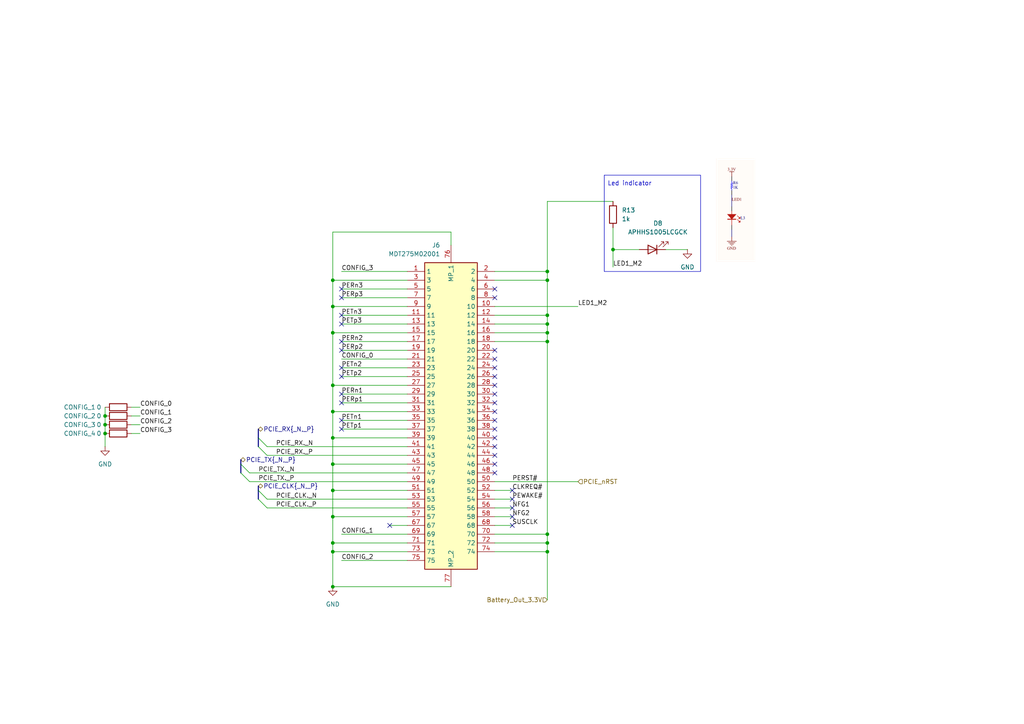
<source format=kicad_sch>
(kicad_sch (version 20250114) (generator "eeschema") (generator_version "9.0")
  (paper "A4")
  (lib_symbols
    (symbol "#dzdb:g_res/R-0-0603" (pin_numbers hide) (pin_names (offset 0))
      (property "Reference" "R" (at 2.032 0 90))
      (property "Value" "0" (at 0 0 90))
      (symbol "g_res/R-0-0603_0_1"
        (rectangle (start -1.016 -2.54) (end 1.016 2.54) (stroke (width 0.254)))
      )
      (symbol "g_res/R-0-0603_1_1"
        (pin passive line (at 0 3.81 270) (length 1.27) (name "~") (number "1"))
        (pin passive line (at 0 -3.81 90) (length 1.27) (name "~") (number "2"))
      )
    )
    (symbol "#dzdb:g_res/R-1k-0603" (pin_numbers hide) (pin_names (offset 0))
      (property "Reference" "R" (at 2.032 0 90))
      (property "Value" "1k" (at 0 0 90))
      (symbol "g_res/R-1k-0603_0_1"
        (rectangle (start -1.016 -2.54) (end 1.016 2.54) (stroke (width 0.254)))
      )
      (symbol "g_res/R-1k-0603_1_1"
        (pin passive line (at 0 3.81 270) (length 1.27) (name "~") (number "1"))
        (pin passive line (at 0 -3.81 90) (length 1.27) (name "~") (number "2"))
      )
    )
    (symbol "#dzdb:s_con/CON-AmphenolFCI-MDT275M02001"
      (property "Reference" "J" (at 95.25 12.7 0))
      (property "Value" "MDT275M02001" (at 95.25 10.16 0))
      (symbol "s_con/CON-AmphenolFCI-MDT275M02001_1_1"
        (rectangle (start 5.08 7.62) (end 93.98 -7.62) (stroke (width 0.254)) (fill (type background)))
        (pin passive line (at 0 0 0) (length 5.08) (name "MP_1") (number "76"))
        (pin passive line (at 7.62 12.7 270) (length 5.08) (name "1") (number "1"))
        (pin passive line (at 7.62 -12.7 90) (length 5.08) (name "2") (number "2"))
        (pin passive line (at 10.16 12.7 270) (length 5.08) (name "3") (number "3"))
        (pin passive line (at 10.16 -12.7 90) (length 5.08) (name "4") (number "4"))
        (pin passive line (at 12.7 12.7 270) (length 5.08) (name "5") (number "5"))
        (pin passive line (at 12.7 -12.7 90) (length 5.08) (name "6") (number "6"))
        (pin passive line (at 15.24 12.7 270) (length 5.08) (name "7") (number "7"))
        (pin passive line (at 15.24 -12.7 90) (length 5.08) (name "8") (number "8"))
        (pin passive line (at 17.78 12.7 270) (length 5.08) (name "9") (number "9"))
        (pin passive line (at 17.78 -12.7 90) (length 5.08) (name "10") (number "10"))
        (pin passive line (at 20.32 12.7 270) (length 5.08) (name "11") (number "11"))
        (pin passive line (at 20.32 -12.7 90) (length 5.08) (name "12") (number "12"))
        (pin passive line (at 22.86 12.7 270) (length 5.08) (name "13") (number "13"))
        (pin passive line (at 22.86 -12.7 90) (length 5.08) (name "14") (number "14"))
        (pin passive line (at 25.4 12.7 270) (length 5.08) (name "15") (number "15"))
        (pin passive line (at 25.4 -12.7 90) (length 5.08) (name "16") (number "16"))
        (pin passive line (at 27.94 12.7 270) (length 5.08) (name "17") (number "17"))
        (pin passive line (at 27.94 -12.7 90) (length 5.08) (name "18") (number "18"))
        (pin passive line (at 30.48 12.7 270) (length 5.08) (name "19") (number "19"))
        (pin passive line (at 30.48 -12.7 90) (length 5.08) (name "20") (number "20"))
        (pin passive line (at 33.02 12.7 270) (length 5.08) (name "21") (number "21"))
        (pin passive line (at 33.02 -12.7 90) (length 5.08) (name "22") (number "22"))
        (pin passive line (at 35.56 12.7 270) (length 5.08) (name "23") (number "23"))
        (pin passive line (at 35.56 -12.7 90) (length 5.08) (name "24") (number "24"))
        (pin passive line (at 38.1 12.7 270) (length 5.08) (name "25") (number "25"))
        (pin passive line (at 38.1 -12.7 90) (length 5.08) (name "26") (number "26"))
        (pin passive line (at 40.64 12.7 270) (length 5.08) (name "27") (number "27"))
        (pin passive line (at 40.64 -12.7 90) (length 5.08) (name "28") (number "28"))
        (pin passive line (at 43.18 12.7 270) (length 5.08) (name "29") (number "29"))
        (pin passive line (at 43.18 -12.7 90) (length 5.08) (name "30") (number "30"))
        (pin passive line (at 45.72 12.7 270) (length 5.08) (name "31") (number "31"))
        (pin passive line (at 45.72 -12.7 90) (length 5.08) (name "32") (number "32"))
        (pin passive line (at 48.26 12.7 270) (length 5.08) (name "33") (number "33"))
        (pin passive line (at 48.26 -12.7 90) (length 5.08) (name "34") (number "34"))
        (pin passive line (at 50.8 12.7 270) (length 5.08) (name "35") (number "35"))
        (pin passive line (at 50.8 -12.7 90) (length 5.08) (name "36") (number "36"))
        (pin passive line (at 53.34 12.7 270) (length 5.08) (name "37") (number "37"))
        (pin passive line (at 53.34 -12.7 90) (length 5.08) (name "38") (number "38"))
        (pin passive line (at 55.88 12.7 270) (length 5.08) (name "39") (number "39"))
        (pin passive line (at 55.88 -12.7 90) (length 5.08) (name "40") (number "40"))
        (pin passive line (at 58.42 12.7 270) (length 5.08) (name "41") (number "41"))
        (pin passive line (at 58.42 -12.7 90) (length 5.08) (name "42") (number "42"))
        (pin passive line (at 60.96 12.7 270) (length 5.08) (name "43") (number "43"))
        (pin passive line (at 60.96 -12.7 90) (length 5.08) (name "44") (number "44"))
        (pin passive line (at 63.5 12.7 270) (length 5.08) (name "45") (number "45"))
        (pin passive line (at 63.5 -12.7 90) (length 5.08) (name "46") (number "46"))
        (pin passive line (at 66.04 12.7 270) (length 5.08) (name "47") (number "47"))
        (pin passive line (at 66.04 -12.7 90) (length 5.08) (name "48") (number "48"))
        (pin passive line (at 68.58 12.7 270) (length 5.08) (name "49") (number "49"))
        (pin passive line (at 68.58 -12.7 90) (length 5.08) (name "50") (number "50"))
        (pin passive line (at 71.12 12.7 270) (length 5.08) (name "51") (number "51"))
        (pin passive line (at 71.12 -12.7 90) (length 5.08) (name "52") (number "52"))
        (pin passive line (at 73.66 12.7 270) (length 5.08) (name "53") (number "53"))
        (pin passive line (at 73.66 -12.7 90) (length 5.08) (name "54") (number "54"))
        (pin passive line (at 76.2 12.7 270) (length 5.08) (name "55") (number "55"))
        (pin passive line (at 76.2 -12.7 90) (length 5.08) (name "56") (number "56"))
        (pin passive line (at 78.74 12.7 270) (length 5.08) (name "57") (number "57"))
        (pin passive line (at 78.74 -12.7 90) (length 5.08) (name "58") (number "58"))
        (pin passive line (at 81.28 12.7 270) (length 5.08) (name "67") (number "67"))
        (pin passive line (at 81.28 -12.7 90) (length 5.08) (name "68") (number "68"))
        (pin passive line (at 83.82 12.7 270) (length 5.08) (name "69") (number "69"))
        (pin passive line (at 83.82 -12.7 90) (length 5.08) (name "70") (number "70"))
        (pin passive line (at 86.36 12.7 270) (length 5.08) (name "71") (number "71"))
        (pin passive line (at 86.36 -12.7 90) (length 5.08) (name "72") (number "72"))
        (pin passive line (at 88.9 12.7 270) (length 5.08) (name "73") (number "73"))
        (pin passive line (at 88.9 -12.7 90) (length 5.08) (name "74") (number "74"))
        (pin passive line (at 91.44 12.7 270) (length 5.08) (name "75") (number "75"))
        (pin passive line (at 99.06 0 180) (length 5.08) (name "MP_2") (number "77"))
      )
    )
    (symbol "#dzdb:s_dio/D-KIN-APHHS1005LCGCK" (pin_numbers hide) (pin_names (offset 1.016) hide)
      (property "Reference" "D" (at 0 2.54 0))
      (property "Value" "APHHS1005LCGCK" (at 0 -2.54 0))
      (symbol "s_dio/D-KIN-APHHS1005LCGCK_0_1"
        (polyline (pts (xy -3.048 -0.762) (xy -4.572 -2.286) (xy -3.81 -2.286) (xy -4.572 -2.286) (xy -4.572 -1.524)))
        (polyline (pts (xy -1.778 -0.762) (xy -3.302 -2.286) (xy -2.54 -2.286) (xy -3.302 -2.286) (xy -3.302 -1.524)))
        (polyline (pts (xy -1.27 0) (xy 1.27 0)))
        (polyline (pts (xy -1.27 -1.27) (xy -1.27 1.27)) (stroke (width 0.254)))
        (polyline (pts (xy 1.27 -1.27) (xy 1.27 1.27) (xy -1.27 0) (xy 1.27 -1.27)) (stroke (width 0.254)))
      )
      (symbol "s_dio/D-KIN-APHHS1005LCGCK_1_1"
        (pin passive line (at -3.81 0 0) (length 2.54) (name "K") (number "1"))
        (pin passive line (at 3.81 0 180) (length 2.54) (name "A") (number "2"))
      )
    )
    (symbol "power:GND" (power) (pin_numbers hide) (pin_names (offset 0) hide)
      (property "Value" "GND" (at 0 -3.81 0))
      (symbol "GND_0_1"
        (polyline (pts (xy 0 0) (xy 0 -1.27) (xy 1.27 -1.27) (xy 0 -2.54) (xy -1.27 -1.27) (xy 0 -1.27)))
      )
      (symbol "GND_1_1"
        (pin power_in line (at 0 0 270) (length 0) (name "~") (number "1"))
      )
    )
  )
  (junction (at 96.52 157.48))
  (junction (at 158.75 99.06))
  (junction (at 177.8 72.39))
  (junction (at 96.52 142.24))
  (junction (at 96.52 96.52))
  (junction (at 96.52 81.28))
  (junction (at 158.75 160.02))
  (junction (at 96.52 88.9))
  (junction (at 158.75 154.94))
  (junction (at 158.75 81.28))
  (junction (at 96.52 127))
  (junction (at 30.48 120.65))
  (junction (at 96.52 170.18))
  (junction (at 158.75 91.44))
  (junction (at 30.48 125.73))
  (junction (at 158.75 96.52))
  (junction (at 158.75 157.48))
  (junction (at 96.52 111.76))
  (junction (at 30.48 123.19))
  (junction (at 96.52 160.02))
  (junction (at 96.52 119.38))
  (junction (at 158.75 93.98))
  (junction (at 158.75 78.74))
  (junction (at 96.52 149.86))
  (junction (at 96.52 134.62))
  (no_connect (at 143.51 129.54))
  (no_connect (at 143.51 134.62))
  (no_connect (at 143.51 109.22))
  (no_connect (at 143.51 86.36))
  (no_connect (at 143.51 104.14))
  (no_connect (at 99.06 109.22))
  (no_connect (at 143.51 132.08))
  (no_connect (at 148.59 142.24))
  (no_connect (at 99.06 101.6))
  (no_connect (at 143.51 114.3))
  (no_connect (at 143.51 127))
  (no_connect (at 143.51 124.46))
  (no_connect (at 99.06 93.98))
  (no_connect (at 99.06 121.92))
  (no_connect (at 143.51 137.16))
  (no_connect (at 99.06 106.68))
  (no_connect (at 148.59 147.32))
  (no_connect (at 148.59 144.78))
  (no_connect (at 99.06 116.84))
  (no_connect (at 143.51 83.82))
  (no_connect (at 143.51 121.92))
  (no_connect (at 99.06 124.46))
  (no_connect (at 99.06 91.44))
  (no_connect (at 148.59 149.86))
  (no_connect (at 143.51 111.76))
  (no_connect (at 113.03 152.4))
  (no_connect (at 99.06 99.06))
  (no_connect (at 99.06 83.82))
  (no_connect (at 143.51 106.68))
  (no_connect (at 99.06 86.36))
  (no_connect (at 148.59 152.4))
  (no_connect (at 143.51 116.84))
  (no_connect (at 143.51 119.38))
  (no_connect (at 143.51 101.6))
  (no_connect (at 99.06 114.3))
  (bus_entry (at 69.85 134.62) (size 2.54 2.54))
  (bus_entry (at 74.93 144.78) (size 2.54 2.54))
  (bus_entry (at 74.93 129.54) (size 2.54 2.54))
  (bus_entry (at 69.85 137.16) (size 2.54 2.54))
  (bus_entry (at 74.93 142.24) (size 2.54 2.54))
  (bus_entry (at 74.93 127) (size 2.54 2.54))
  (wire (pts (xy 96.52 67.31) (xy 96.52 81.28)))
  (wire (pts (xy 99.06 93.98) (xy 118.11 93.98)))
  (wire (pts (xy 96.52 134.62) (xy 96.52 142.24)))
  (bus (pts (xy 74.93 127) (xy 74.93 129.54)))
  (wire (pts (xy 96.52 157.48) (xy 118.11 157.48)))
  (wire (pts (xy 99.06 83.82) (xy 118.11 83.82)))
  (bus (pts (xy 69.85 133.35) (xy 69.85 134.62)))
  (wire (pts (xy 38.1 125.73) (xy 40.64 125.73)))
  (wire (pts (xy 143.51 147.32) (xy 148.59 147.32)))
  (wire (pts (xy 177.8 72.39) (xy 177.8 66.04)))
  (wire (pts (xy 40.64 123.19) (xy 38.1 123.19)))
  (wire (pts (xy 96.52 127) (xy 96.52 119.38)))
  (wire (pts (xy 143.51 154.94) (xy 158.75 154.94)))
  (wire (pts (xy 158.75 160.02) (xy 158.75 157.48)))
  (wire (pts (xy 143.51 96.52) (xy 158.75 96.52)))
  (wire (pts (xy 30.48 125.73) (xy 30.48 129.54)))
  (wire (pts (xy 72.39 139.7) (xy 118.11 139.7)))
  (wire (pts (xy 99.06 99.06) (xy 118.11 99.06)))
  (wire (pts (xy 77.47 129.54) (xy 118.11 129.54)))
  (wire (pts (xy 143.51 139.7) (xy 167.64 139.7)))
  (wire (pts (xy 96.52 119.38) (xy 96.52 111.76)))
  (wire (pts (xy 30.48 118.11) (xy 30.48 120.65)))
  (wire (pts (xy 96.52 88.9) (xy 118.11 88.9)))
  (wire (pts (xy 99.06 114.3) (xy 118.11 114.3)))
  (wire (pts (xy 99.06 116.84) (xy 118.11 116.84)))
  (wire (pts (xy 158.75 154.94) (xy 158.75 99.06)))
  (wire (pts (xy 77.47 147.32) (xy 118.11 147.32)))
  (wire (pts (xy 96.52 170.18) (xy 130.81 170.18)))
  (wire (pts (xy 30.48 120.65) (xy 30.48 123.19)))
  (wire (pts (xy 77.47 132.08) (xy 118.11 132.08)))
  (wire (pts (xy 96.52 149.86) (xy 96.52 157.48)))
  (wire (pts (xy 158.75 81.28) (xy 158.75 78.74)))
  (wire (pts (xy 158.75 78.74) (xy 158.75 58.42)))
  (wire (pts (xy 130.81 71.12) (xy 130.81 67.31)))
  (wire (pts (xy 99.06 86.36) (xy 118.11 86.36)))
  (wire (pts (xy 143.51 160.02) (xy 158.75 160.02)))
  (wire (pts (xy 99.06 78.74) (xy 118.11 78.74)))
  (wire (pts (xy 158.75 93.98) (xy 158.75 91.44)))
  (wire (pts (xy 143.51 144.78) (xy 148.59 144.78)))
  (wire (pts (xy 177.8 72.39) (xy 177.8 77.47)))
  (wire (pts (xy 158.75 157.48) (xy 158.75 154.94)))
  (wire (pts (xy 96.52 157.48) (xy 96.52 160.02)))
  (wire (pts (xy 96.52 127) (xy 118.11 127)))
  (wire (pts (xy 143.51 99.06) (xy 158.75 99.06)))
  (wire (pts (xy 30.48 123.19) (xy 30.48 125.73)))
  (wire (pts (xy 143.51 152.4) (xy 148.59 152.4)))
  (wire (pts (xy 158.75 91.44) (xy 158.75 81.28)))
  (wire (pts (xy 158.75 173.99) (xy 158.75 160.02)))
  (wire (pts (xy 99.06 101.6) (xy 118.11 101.6)))
  (wire (pts (xy 143.51 142.24) (xy 148.59 142.24)))
  (wire (pts (xy 96.52 160.02) (xy 118.11 160.02)))
  (wire (pts (xy 158.75 99.06) (xy 158.75 96.52)))
  (wire (pts (xy 96.52 160.02) (xy 96.52 170.18)))
  (wire (pts (xy 96.52 142.24) (xy 118.11 142.24)))
  (wire (pts (xy 40.64 120.65) (xy 38.1 120.65)))
  (wire (pts (xy 40.64 118.11) (xy 38.1 118.11)))
  (wire (pts (xy 99.06 154.94) (xy 118.11 154.94)))
  (wire (pts (xy 96.52 111.76) (xy 118.11 111.76)))
  (wire (pts (xy 143.51 157.48) (xy 158.75 157.48)))
  (wire (pts (xy 130.81 67.31) (xy 96.52 67.31)))
  (wire (pts (xy 96.52 81.28) (xy 96.52 88.9)))
  (wire (pts (xy 143.51 88.9) (xy 167.64 88.9)))
  (wire (pts (xy 99.06 121.92) (xy 118.11 121.92)))
  (wire (pts (xy 96.52 81.28) (xy 118.11 81.28)))
  (wire (pts (xy 96.52 134.62) (xy 118.11 134.62)))
  (wire (pts (xy 158.75 58.42) (xy 177.8 58.42)))
  (wire (pts (xy 193.04 72.39) (xy 199.39 72.39)))
  (wire (pts (xy 143.51 91.44) (xy 158.75 91.44)))
  (wire (pts (xy 99.06 91.44) (xy 118.11 91.44)))
  (wire (pts (xy 96.52 149.86) (xy 118.11 149.86)))
  (wire (pts (xy 143.51 149.86) (xy 148.59 149.86)))
  (wire (pts (xy 96.52 127) (xy 96.52 134.62)))
  (wire (pts (xy 96.52 142.24) (xy 96.52 149.86)))
  (wire (pts (xy 96.52 119.38) (xy 118.11 119.38)))
  (wire (pts (xy 99.06 106.68) (xy 118.11 106.68)))
  (wire (pts (xy 77.47 144.78) (xy 118.11 144.78)))
  (wire (pts (xy 96.52 111.76) (xy 96.52 96.52)))
  (bus (pts (xy 74.93 142.24) (xy 74.93 144.78)))
  (wire (pts (xy 113.03 152.4) (xy 118.11 152.4)))
  (wire (pts (xy 158.75 96.52) (xy 158.75 93.98)))
  (wire (pts (xy 185.42 72.39) (xy 177.8 72.39)))
  (wire (pts (xy 99.06 124.46) (xy 118.11 124.46)))
  (wire (pts (xy 143.51 81.28) (xy 158.75 81.28)))
  (wire (pts (xy 96.52 96.52) (xy 96.52 88.9)))
  (wire (pts (xy 99.06 104.14) (xy 118.11 104.14)))
  (wire (pts (xy 158.75 78.74) (xy 143.51 78.74)))
  (wire (pts (xy 72.39 137.16) (xy 118.11 137.16)))
  (wire (pts (xy 143.51 93.98) (xy 158.75 93.98)))
  (bus (pts (xy 69.85 134.62) (xy 69.85 137.16)))
  (wire (pts (xy 96.52 96.52) (xy 118.11 96.52)))
  (wire (pts (xy 99.06 162.56) (xy 118.11 162.56)))
  (bus (pts (xy 74.93 124.46) (xy 74.93 127)))
  (wire (pts (xy 99.06 109.22) (xy 118.11 109.22)))
  (bus (pts (xy 74.93 140.97) (xy 74.93 142.24)))
  (rectangle (start 175.26 50.8) (end 203.2 78.74))
  (image (at 213.36 60.96) (scale 0.307192))
  (text "Led indicator" (at 182.626 53.34 0) (effects (font (size 1.27 1.27))))
  (label "CONFIG_3" (at 40.64 125.73 0))
  (label "PETn2" (at 99.06 106.68 0))
  (label "CONFIG_2" (at 40.64 123.19 0))
  (label "CONFIG_1" (at 99.06 154.94 0))
  (label "NFG1" (at 148.59 147.32 0))
  (label "PETn1" (at 99.06 121.92 0))
  (label "CONFIG_2" (at 99.06 162.56 0))
  (label "PERp1" (at 99.06 116.84 0))
  (label "PERn3" (at 99.06 83.82 0))
  (label "NFG2" (at 148.59 149.86 0))
  (label "PCIE_TX._P" (at 74.93 139.7 0))
  (label "PETp2" (at 99.06 109.22 0))
  (label "PERp3" (at 99.06 86.36 0))
  (label "PERp2" (at 99.06 101.6 0))
  (label "PCIE_CLK._N" (at 80.01 144.78 0))
  (label "PCIE_RX._P" (at 80.01 132.08 0))
  (label "PETp1" (at 99.06 124.46 0))
  (label "CONFIG_0" (at 40.64 118.11 0))
  (label "CONFIG_0" (at 99.06 104.14 0))
  (label "PETp3" (at 99.06 93.98 0))
  (label "PCIE_RX._N" (at 80.01 129.54 0))
  (label "PERST#" (at 148.59 139.7 0))
  (label "PERn1" (at 99.06 114.3 0))
  (label "PCIE_CLK._P" (at 80.01 147.32 0))
  (label "PERn2" (at 99.06 99.06 0))
  (label "CONFIG_1" (at 40.64 120.65 0))
  (label "LED1_M2" (at 177.8 77.47 0))
  (label "PCIE_TX._N" (at 74.93 137.16 0))
  (label "PEWAKE#" (at 148.59 144.78 0))
  (label "PETn3" (at 99.06 91.44 0))
  (label "CLKREQ#" (at 148.59 142.24 0))
  (label "CONFIG_3" (at 99.06 78.74 0))
  (label "LED1_M2" (at 167.64 88.9 0))
  (label "SUSCLK" (at 148.59 152.4 0))
  (hierarchical_label "PCIE_CLK{_N,_P}" (shape bidirectional) (at 74.93 140.97 0))
  (hierarchical_label "PCIE_TX{_N,_P}" (shape bidirectional) (at 69.85 133.35 0))
  (hierarchical_label "PCIE_nRST" (shape input) (at 167.64 139.7 0))
  (hierarchical_label "Battery_Out_3.3V" (shape input) (at 158.75 173.99 180))
  (hierarchical_label "PCIE_RX{_N,_P}" (shape bidirectional) (at 74.93 124.46 0))
  (symbol (lib_id "#dzdb:g_res/R-0-0603") (at 34.29 120.65 90) (unit 1)
    (property "Reference" "CONFIG_2" (at 23.114 120.65 90))
    (property "Value" "0" (at 28.702 120.65 90))
    (property "Footprint" "Resistor_SMD:R_0603_1608Metric" (effects (hide yes)))
    (property "Datasheet" "https://www.we-online.com/components/products/datasheet/560112116001.pdf" (effects (hide yes)))
    (property "Description" "Thick Film Resistors - SMD WRIS-RSKS <0.05 Ohms  0.1 W Jumper 0603" (effects (hide yes)))
    (property "IPN" "R-0-0603" (effects (hide yes)))
    (property "MPN" "560112116001" (effects (hide yes)))
    (property "Manufacturer" "Wurth Elektronik" (effects (hide yes)))
    (property "Resistance" "0" (effects (hide yes)))
    (property "Power" "0.1W" (effects (hide yes)))
    (property "Material" "Thick film" (effects (hide yes)))
    (property "Tolerance" "5%" (effects (hide yes)))
    (property "Supplier" "Mouser" (effects (hide yes)))
    (property "SPN" "710-560112116001" (effects (hide yes)))
    (property "LCSC" "CXXXXX" (effects (hide yes)))
    (property "Comment" "lifecycle=Active; note=Auto-generated" (effects (hide yes)))
  )
  (symbol (lib_id "#dzdb:g_res/R-0-0603") (at 34.29 118.11 90) (unit 1)
    (property "Reference" "CONFIG_1" (at 23.114 118.11 90))
    (property "Value" "0" (at 28.702 118.11 90))
    (property "Footprint" "Resistor_SMD:R_0603_1608Metric" (effects (hide yes)))
    (property "Datasheet" "https://www.we-online.com/components/products/datasheet/560112116001.pdf" (effects (hide yes)))
    (property "Description" "Thick Film Resistors - SMD WRIS-RSKS <0.05 Ohms  0.1 W Jumper 0603" (effects (hide yes)))
    (property "IPN" "R-0-0603" (effects (hide yes)))
    (property "MPN" "560112116001" (effects (hide yes)))
    (property "Manufacturer" "Wurth Elektronik" (effects (hide yes)))
    (property "Resistance" "0" (effects (hide yes)))
    (property "Power" "0.1W" (effects (hide yes)))
    (property "Material" "Thick film" (effects (hide yes)))
    (property "Tolerance" "5%" (effects (hide yes)))
    (property "Supplier" "Mouser" (effects (hide yes)))
    (property "SPN" "710-560112116001" (effects (hide yes)))
    (property "LCSC" "CXXXXX" (effects (hide yes)))
    (property "Comment" "lifecycle=Active; note=Auto-generated" (effects (hide yes)))
  )
  (symbol (lib_id "#dzdb:s_dio/D-KIN-APHHS1005LCGCK") (at 189.23 72.39 180) (unit 1)
    (property "Reference" "D8" (at 190.8175 64.77 0))
    (property "Value" "APHHS1005LCGCK" (at 190.8175 67.31 0))
    (property "Footprint" "LED_SMD:LED_0402_1005Metric" (effects (hide yes)))
    (property "Datasheet" "https://www.kingbrightusa.com/images/catalog/spec/aphhs1005lcgck.pdf" (effects (hide yes)))
    (property "Description" "LED YELLOW-GREEN 570nm 3.5mcd@2mA 20mcd@11.43mA 2V" (effects (hide yes)))
    (property "Sim.Pins" "1=K 2=A" (effects (hide yes)))
    (property "IPN" "D-KIN-APHHS1005LCGCK" (effects (hide yes)))
    (property "MPN" "APHHS1005LCGCK" (effects (hide yes)))
    (property "Manufacturer" "Kingbright" (effects (hide yes)))
    (property "Type" "LED GREEN" (effects (hide yes)))
    (property "Vf" "1.9V" (effects (hide yes)))
    (property "If" "2mA" (effects (hide yes)))
    (property "Supplier" "Mouser" (effects (hide yes)))
    (property "SPN" "604-APHHS1005LCGCK" (effects (hide yes)))
    (property "LCSC" "C5354975" (effects (hide yes)))
    (property "Comment" "lifecycle=Active" (effects (hide yes)))
  )
  (symbol (lib_id "power:GND") (at 30.48 129.54 0) (unit 1)
    (property "Reference" "#PWR026" (effects (hide yes)))
    (property "Value" "GND" (at 30.48 134.62 0))
    (property "Description" "Power symbol creates a global label with name \"GND\" , ground" (effects (hide yes)))
  )
  (symbol (lib_id "#dzdb:g_res/R-0-0603") (at 34.29 123.19 90) (unit 1)
    (property "Reference" "CONFIG_3" (at 23.114 123.19 90))
    (property "Value" "0" (at 28.702 123.19 90))
    (property "Footprint" "Resistor_SMD:R_0603_1608Metric" (effects (hide yes)))
    (property "Datasheet" "https://www.we-online.com/components/products/datasheet/560112116001.pdf" (effects (hide yes)))
    (property "Description" "Thick Film Resistors - SMD WRIS-RSKS <0.05 Ohms  0.1 W Jumper 0603" (effects (hide yes)))
    (property "IPN" "R-0-0603" (effects (hide yes)))
    (property "MPN" "560112116001" (effects (hide yes)))
    (property "Manufacturer" "Wurth Elektronik" (effects (hide yes)))
    (property "Resistance" "0" (effects (hide yes)))
    (property "Power" "0.1W" (effects (hide yes)))
    (property "Material" "Thick film" (effects (hide yes)))
    (property "Tolerance" "5%" (effects (hide yes)))
    (property "Supplier" "Mouser" (effects (hide yes)))
    (property "SPN" "710-560112116001" (effects (hide yes)))
    (property "LCSC" "CXXXXX" (effects (hide yes)))
    (property "Comment" "lifecycle=Active; note=Auto-generated" (effects (hide yes)))
  )
  (symbol (lib_id "#dzdb:g_res/R-0-0603") (at 34.29 125.73 90) (unit 1)
    (property "Reference" "CONFIG_4" (at 23.114 125.73 90))
    (property "Value" "0" (at 28.702 125.73 90))
    (property "Footprint" "Resistor_SMD:R_0603_1608Metric" (effects (hide yes)))
    (property "Datasheet" "https://www.we-online.com/components/products/datasheet/560112116001.pdf" (effects (hide yes)))
    (property "Description" "Thick Film Resistors - SMD WRIS-RSKS <0.05 Ohms  0.1 W Jumper 0603" (effects (hide yes)))
    (property "IPN" "R-0-0603" (effects (hide yes)))
    (property "MPN" "560112116001" (effects (hide yes)))
    (property "Manufacturer" "Wurth Elektronik" (effects (hide yes)))
    (property "Resistance" "0" (effects (hide yes)))
    (property "Power" "0.1W" (effects (hide yes)))
    (property "Material" "Thick film" (effects (hide yes)))
    (property "Tolerance" "5%" (effects (hide yes)))
    (property "Supplier" "Mouser" (effects (hide yes)))
    (property "SPN" "710-560112116001" (effects (hide yes)))
    (property "LCSC" "CXXXXX" (effects (hide yes)))
    (property "Comment" "lifecycle=Active; note=Auto-generated" (effects (hide yes)))
  )
  (symbol (lib_id "#dzdb:g_res/R-1k-0603") (at 177.8 62.23 180) (unit 1)
    (property "Reference" "R13" (at 180.34 60.9599 0) (effects (justify right)))
    (property "Value" "1k" (at 180.34 63.4999 0) (effects (justify right)))
    (property "Footprint" "Resistor_SMD:R_0603_1608Metric" (effects (hide yes)))
    (property "Datasheet" "https://www.we-online.com/components/products/datasheet/560112116014.pdf" (effects (hide yes)))
    (property "Description" "Thick Film Resistors - SMD WRIS-RSKS 1 kOhms 1 % 0.1 W 0603" (effects (hide yes)))
    (property "IPN" "R-1k-0603" (effects (hide yes)))
    (property "MPN" "560112116014" (effects (hide yes)))
    (property "Manufacturer" "Wurth Elektronik" (effects (hide yes)))
    (property "Resistance" "1k" (effects (hide yes)))
    (property "Power" "0.1 W" (effects (hide yes)))
    (property "Material" "Thick film" (effects (hide yes)))
    (property "Tolerance" "1 %" (effects (hide yes)))
    (property "Supplier" "Mouser" (effects (hide yes)))
    (property "SPN" "710-560112116014" (effects (hide yes)))
    (property "LCSC" "CXXXXX" (effects (hide yes)))
    (property "Comment" "lifecycle=Active; note=Auto-generated" (effects (hide yes)))
  )
  (symbol (lib_id "#dzdb:s_con/CON-AmphenolFCI-MDT275M02001") (at 130.81 71.12 90) (mirror x) (unit 1)
    (property "Reference" "J6" (at 127.6919 71.12 90) (effects (justify left)))
    (property "Value" "MDT275M02001" (at 127.6919 73.66 90) (effects (justify left)))
    (property "Footprint" "dz_con:PCIE_MDT275M02001" (effects (hide yes)))
    (property "Datasheet" "https://cdn.amphenol-cs.com/media/wysiwyg/files/drawing/mdtxxxxxx001.pdf" (effects (hide yes)))
    (property "Description" "PCIE m.2 edge connnector" (effects (hide yes)))
    (property "Height" "2.75" (effects (hide yes)))
    (property "Mouser Part Number" "523-MDT275M02001" (effects (hide yes)))
    (property "Mouser Price/Stock" "https://www.mouser.co.uk/ProductDetail/Amphenol-FCI/MDT275M02001?qs=lrCDz5EUXIa69GdSlBLTlg%3D%3D" (effects (hide yes)))
    (property "Manufacturer_Name" "Amphenol Communications Solutions" (effects (hide yes)))
    (property "Manufacturer_Part_Number" "MDT275M02001" (effects (hide yes)))
    (property "IPN" "CON-AmphenolFCI-MDT275M02001" (effects (hide yes)))
    (property "MPN" "MDT275M02001" (effects (hide yes)))
    (property "Manufacturer" "Amphenol FCI" (effects (hide yes)))
    (property "Symbol" "dz_con:PCIE_MDT275M02001" (effects (hide yes)))
    (property "Type" "Connector" (effects (hide yes)))
    (property "Pin Count" "67" (effects (hide yes)))
    (property "Pitch" "N/A" (effects (hide yes)))
    (property "Supplier" "Mouser" (effects (hide yes)))
    (property "SPN" "523-MDT275M02001" (effects (hide yes)))
    (property "LCSC" "CXXXXXXX" (effects (hide yes)))
    (property "Order" "Ordered=True" (effects (hide yes)))
  )
  (symbol (lib_id "power:GND") (at 199.39 72.39 0) (unit 1)
    (property "Reference" "#PWR028" (effects (hide yes)))
    (property "Value" "GND" (at 199.39 77.47 0))
    (property "Description" "Power symbol creates a global label with name \"GND\" , ground" (effects (hide yes)))
  )
  (symbol (lib_id "power:GND") (at 96.52 170.18 0) (unit 1)
    (property "Reference" "#PWR027" (effects (hide yes)))
    (property "Value" "GND" (at 96.52 175.26 0))
    (property "Description" "Power symbol creates a global label with name \"GND\" , ground" (effects (hide yes)))
  )
)
</source>
